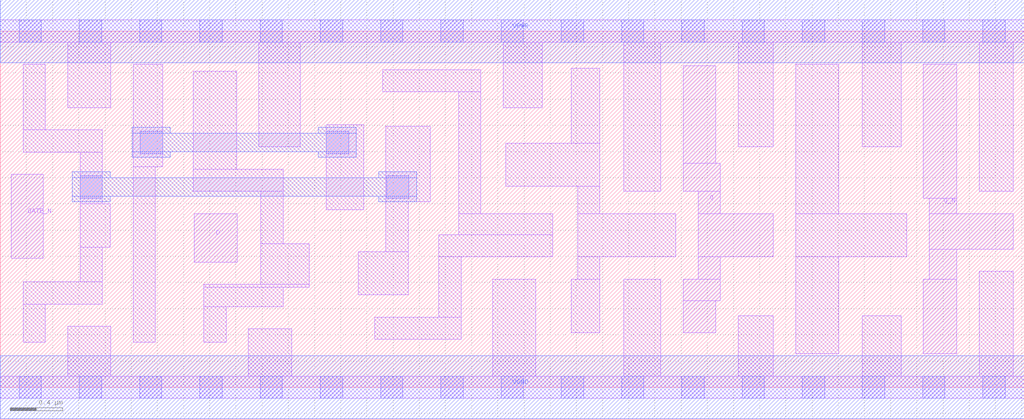
<source format=lef>
# Copyright 2020 The SkyWater PDK Authors
#
# Licensed under the Apache License, Version 2.0 (the "License");
# you may not use this file except in compliance with the License.
# You may obtain a copy of the License at
#
#     https://www.apache.org/licenses/LICENSE-2.0
#
# Unless required by applicable law or agreed to in writing, software
# distributed under the License is distributed on an "AS IS" BASIS,
# WITHOUT WARRANTIES OR CONDITIONS OF ANY KIND, either express or implied.
# See the License for the specific language governing permissions and
# limitations under the License.
#
# SPDX-License-Identifier: Apache-2.0

VERSION 5.7 ;
  NAMESCASESENSITIVE ON ;
  NOWIREEXTENSIONATPIN ON ;
  DIVIDERCHAR "/" ;
  BUSBITCHARS "[]" ;
UNITS
  DATABASE MICRONS 200 ;
END UNITS
MACRO sky130_fd_sc_hd__dlxbn_2
  CLASS CORE ;
  SOURCE USER ;
  FOREIGN sky130_fd_sc_hd__dlxbn_2 ;
  ORIGIN  0.000000  0.000000 ;
  SIZE  7.820000 BY  2.720000 ;
  SYMMETRY X Y R90 ;
  SITE unithd ;
  PIN D
    ANTENNAGATEAREA  0.159000 ;
    DIRECTION INPUT ;
    USE SIGNAL ;
    PORT
      LAYER li1 ;
        RECT 1.480000 0.955000 1.810000 1.325000 ;
    END
  END D
  PIN Q
    ANTENNADIFFAREA  0.445500 ;
    DIRECTION OUTPUT ;
    USE SIGNAL ;
    PORT
      LAYER li1 ;
        RECT 5.215000 0.415000 5.465000 0.660000 ;
        RECT 5.215000 0.660000 5.500000 0.825000 ;
        RECT 5.215000 1.495000 5.500000 1.710000 ;
        RECT 5.215000 1.710000 5.465000 2.455000 ;
        RECT 5.330000 0.825000 5.500000 0.995000 ;
        RECT 5.330000 0.995000 5.905000 1.325000 ;
        RECT 5.330000 1.325000 5.500000 1.495000 ;
    END
  END Q
  PIN Q_N
    ANTENNADIFFAREA  0.453750 ;
    DIRECTION OUTPUT ;
    USE SIGNAL ;
    PORT
      LAYER li1 ;
        RECT 7.050000 0.255000 7.305000 0.825000 ;
        RECT 7.050000 1.445000 7.305000 2.465000 ;
        RECT 7.095000 0.825000 7.305000 1.055000 ;
        RECT 7.095000 1.055000 7.735000 1.325000 ;
        RECT 7.095000 1.325000 7.305000 1.445000 ;
    END
  END Q_N
  PIN GATE_N
    ANTENNAGATEAREA  0.159000 ;
    DIRECTION INPUT ;
    USE CLOCK ;
    PORT
      LAYER li1 ;
        RECT 0.085000 0.985000 0.330000 1.625000 ;
    END
  END GATE_N
  PIN VGND
    DIRECTION INOUT ;
    SHAPE ABUTMENT ;
    USE GROUND ;
    PORT
      LAYER met1 ;
        RECT 0.000000 -0.240000 7.820000 0.240000 ;
    END
  END VGND
  PIN VPWR
    DIRECTION INOUT ;
    SHAPE ABUTMENT ;
    USE POWER ;
    PORT
      LAYER met1 ;
        RECT 0.000000 2.480000 7.820000 2.960000 ;
    END
  END VPWR
  OBS
    LAYER li1 ;
      RECT 0.000000 -0.085000 7.820000 0.085000 ;
      RECT 0.000000  2.635000 7.820000 2.805000 ;
      RECT 0.175000  0.345000 0.345000 0.635000 ;
      RECT 0.175000  0.635000 0.780000 0.805000 ;
      RECT 0.175000  1.795000 0.780000 1.965000 ;
      RECT 0.175000  1.965000 0.345000 2.465000 ;
      RECT 0.515000  0.085000 0.845000 0.465000 ;
      RECT 0.515000  2.135000 0.845000 2.635000 ;
      RECT 0.610000  0.805000 0.780000 1.070000 ;
      RECT 0.610000  1.070000 0.840000 1.400000 ;
      RECT 0.610000  1.400000 0.780000 1.795000 ;
      RECT 1.015000  0.345000 1.185000 1.685000 ;
      RECT 1.015000  1.685000 1.240000 2.465000 ;
      RECT 1.475000  1.495000 2.160000 1.665000 ;
      RECT 1.475000  1.665000 1.805000 2.415000 ;
      RECT 1.555000  0.345000 1.725000 0.615000 ;
      RECT 1.555000  0.615000 2.160000 0.765000 ;
      RECT 1.555000  0.765000 2.360000 0.785000 ;
      RECT 1.895000  0.085000 2.225000 0.445000 ;
      RECT 1.975000  1.835000 2.290000 2.635000 ;
      RECT 1.990000  0.785000 2.360000 1.095000 ;
      RECT 1.990000  1.095000 2.160000 1.495000 ;
      RECT 2.490000  1.355000 2.775000 2.005000 ;
      RECT 2.735000  0.705000 3.115000 1.035000 ;
      RECT 2.860000  0.365000 3.520000 0.535000 ;
      RECT 2.920000  2.255000 3.670000 2.425000 ;
      RECT 2.945000  1.035000 3.115000 1.415000 ;
      RECT 2.945000  1.415000 3.285000 1.995000 ;
      RECT 3.350000  0.535000 3.520000 0.995000 ;
      RECT 3.350000  0.995000 4.220000 1.165000 ;
      RECT 3.500000  1.165000 4.220000 1.325000 ;
      RECT 3.500000  1.325000 3.670000 2.255000 ;
      RECT 3.760000  0.085000 4.090000 0.825000 ;
      RECT 3.840000  2.135000 4.140000 2.635000 ;
      RECT 3.860000  1.535000 4.580000 1.865000 ;
      RECT 4.360000  0.415000 4.580000 0.825000 ;
      RECT 4.360000  1.865000 4.580000 2.435000 ;
      RECT 4.410000  0.825000 4.580000 0.995000 ;
      RECT 4.410000  0.995000 5.160000 1.325000 ;
      RECT 4.410000  1.325000 4.580000 1.535000 ;
      RECT 4.760000  0.085000 5.045000 0.825000 ;
      RECT 4.760000  1.495000 5.045000 2.635000 ;
      RECT 5.635000  0.085000 5.905000 0.545000 ;
      RECT 5.635000  1.835000 5.905000 2.635000 ;
      RECT 6.075000  0.255000 6.405000 0.995000 ;
      RECT 6.075000  0.995000 6.925000 1.325000 ;
      RECT 6.075000  1.325000 6.405000 2.465000 ;
      RECT 6.585000  0.085000 6.880000 0.545000 ;
      RECT 6.585000  1.835000 6.880000 2.635000 ;
      RECT 7.475000  0.085000 7.735000 0.885000 ;
      RECT 7.475000  1.495000 7.735000 2.635000 ;
    LAYER mcon ;
      RECT 0.145000 -0.085000 0.315000 0.085000 ;
      RECT 0.145000  2.635000 0.315000 2.805000 ;
      RECT 0.605000 -0.085000 0.775000 0.085000 ;
      RECT 0.605000  2.635000 0.775000 2.805000 ;
      RECT 0.610000  1.445000 0.780000 1.615000 ;
      RECT 1.065000 -0.085000 1.235000 0.085000 ;
      RECT 1.065000  2.635000 1.235000 2.805000 ;
      RECT 1.070000  1.785000 1.240000 1.955000 ;
      RECT 1.525000 -0.085000 1.695000 0.085000 ;
      RECT 1.525000  2.635000 1.695000 2.805000 ;
      RECT 1.985000 -0.085000 2.155000 0.085000 ;
      RECT 1.985000  2.635000 2.155000 2.805000 ;
      RECT 2.445000 -0.085000 2.615000 0.085000 ;
      RECT 2.445000  2.635000 2.615000 2.805000 ;
      RECT 2.490000  1.785000 2.660000 1.955000 ;
      RECT 2.905000 -0.085000 3.075000 0.085000 ;
      RECT 2.905000  2.635000 3.075000 2.805000 ;
      RECT 2.950000  1.445000 3.120000 1.615000 ;
      RECT 3.365000 -0.085000 3.535000 0.085000 ;
      RECT 3.365000  2.635000 3.535000 2.805000 ;
      RECT 3.825000 -0.085000 3.995000 0.085000 ;
      RECT 3.825000  2.635000 3.995000 2.805000 ;
      RECT 4.285000 -0.085000 4.455000 0.085000 ;
      RECT 4.285000  2.635000 4.455000 2.805000 ;
      RECT 4.745000 -0.085000 4.915000 0.085000 ;
      RECT 4.745000  2.635000 4.915000 2.805000 ;
      RECT 5.205000 -0.085000 5.375000 0.085000 ;
      RECT 5.205000  2.635000 5.375000 2.805000 ;
      RECT 5.665000 -0.085000 5.835000 0.085000 ;
      RECT 5.665000  2.635000 5.835000 2.805000 ;
      RECT 6.125000 -0.085000 6.295000 0.085000 ;
      RECT 6.125000  2.635000 6.295000 2.805000 ;
      RECT 6.585000 -0.085000 6.755000 0.085000 ;
      RECT 6.585000  2.635000 6.755000 2.805000 ;
      RECT 7.045000 -0.085000 7.215000 0.085000 ;
      RECT 7.045000  2.635000 7.215000 2.805000 ;
      RECT 7.505000 -0.085000 7.675000 0.085000 ;
      RECT 7.505000  2.635000 7.675000 2.805000 ;
    LAYER met1 ;
      RECT 0.550000 1.415000 0.840000 1.460000 ;
      RECT 0.550000 1.460000 3.180000 1.600000 ;
      RECT 0.550000 1.600000 0.840000 1.645000 ;
      RECT 1.010000 1.755000 1.300000 1.800000 ;
      RECT 1.010000 1.800000 2.720000 1.940000 ;
      RECT 1.010000 1.940000 1.300000 1.985000 ;
      RECT 2.430000 1.755000 2.720000 1.800000 ;
      RECT 2.430000 1.940000 2.720000 1.985000 ;
      RECT 2.890000 1.415000 3.180000 1.460000 ;
      RECT 2.890000 1.600000 3.180000 1.645000 ;
  END
END sky130_fd_sc_hd__dlxbn_2

</source>
